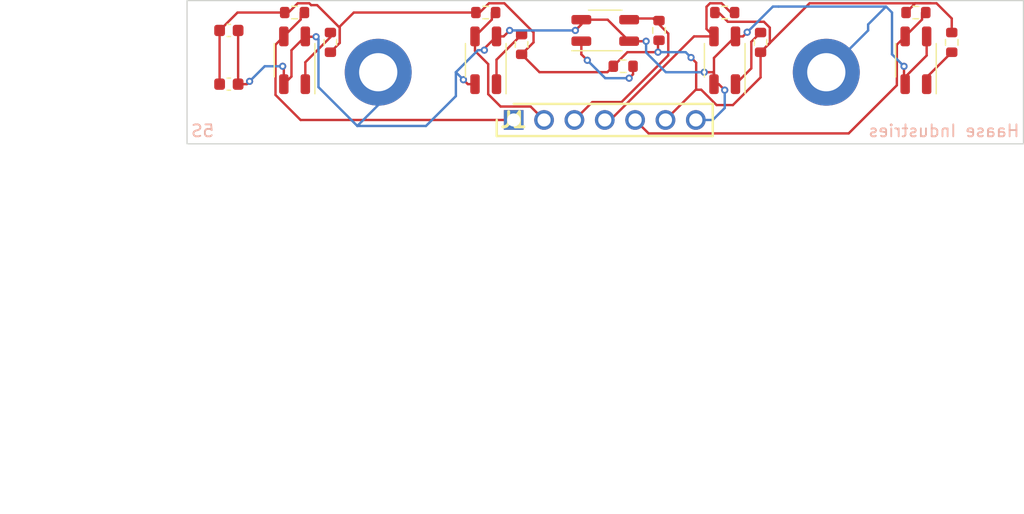
<source format=kicad_pcb>
(kicad_pcb (version 20221018) (generator pcbnew)
  (layers (0 "F.Cu" signal) (31 "B.Cu" signal) (34 "B.Paste" user) (35 "F.Paste" user) (36 "B.SilkS" user "B.Silkscreen") (37 "F.SilkS" user "F.Silkscreen") (38 "B.Mask" user) (39 "F.Mask" user) (44 "Edge.Cuts" user))
  (net 0 "")
  (net 1 "VCC")
  (net 2 "GND")
  (net 3 "/O1")
  (net 4 "/O2")
  (net 5 "/O3")
  (net 6 "/O4")
  (net 7 "/O5")
  (net 8 "Net-(U1-A)")
  (net 9 "Net-(U2-A)")
  (net 10 "Net-(U3-A)")
  (net 11 "Net-(U4-A)")
  (net 12 "Net-(U5-A)")
  (footprint "Resistor_SMD:R_0603_1608Metric" (layer "F.Cu") (at 89 51 -90)
    (fp_text reference "R9" hide)
    (fp_text value "220" hide)
    (fp_line (start -0.237258 -0.5225) (end 0.237258 -0.5225) (stroke (width 0.12)) (layer "F.SilkS"))
    (fp_line (start -0.237258 0.5225) (end 0.237258 0.5225) (stroke (width 0.12)) (layer "F.SilkS"))
    (pad "1" smd roundrect (at -0.825 0 270) (size 0.8 0.95) (layers "F.Cu" "F.Paste" "F.Mask") (net 1 "VCC"))
    (pad "2" smd roundrect (at 0.825 0 270) (size 0.8 0.95) (layers "F.Cu" "F.Paste" "F.Mask") (net 12 "Net-(U5-A)"))
  )
  (footprint "Resistor_SMD:R_0603_1608Metric" (layer "F.Cu") (at 61.5 53)
    (fp_text reference "R5" hide)
    (fp_text value "220" hide)
    (fp_line (start -0.237258 -0.5225) (end 0.237258 -0.5225) (stroke (width 0.12)) (layer "F.SilkS"))
    (fp_line (start -0.237258 0.5225) (end 0.237258 0.5225) (stroke (width 0.12)) (layer "F.SilkS"))
    (pad "1" smd roundrect (at -0.825 0) (size 0.8 0.95) (layers "F.Cu" "F.Paste" "F.Mask") (net 1 "VCC"))
    (pad "2" smd roundrect (at 0.825 0) (size 0.8 0.95) (layers "F.Cu" "F.Paste" "F.Mask") (net 10 "Net-(U3-A)"))
  )
  (footprint "Resistor_SMD:R_0603_1608Metric" (layer "F.Cu") (at 64.5 50 90)
    (fp_text reference "R6" hide)
    (fp_text value "47k")
    (fp_line (start -0.237258 -0.5225) (end 0.237258 -0.5225) (stroke (width 0.12)) (layer "F.SilkS"))
    (fp_line (start -0.237258 0.5225) (end 0.237258 0.5225) (stroke (width 0.12)) (layer "F.SilkS"))
    (pad "1" smd roundrect (at -0.825 0 90) (size 0.8 0.95) (layers "F.Cu" "F.Paste" "F.Mask") (net 1 "VCC"))
    (pad "2" smd roundrect (at 0.825 0 90) (size 0.8 0.95) (layers "F.Cu" "F.Paste" "F.Mask") (net 5 "/O3"))
  )
  (footprint "MountingHole:MountingHole_3.2mm_M3_DIN965_Pad" (layer "F.Cu") (at 41 53.5)
    (fp_text reference "H1" hide)
    (fp_text value "M3 hole" hide)
    (pad "1" thru_hole circle (at 0 0) (size 5.6 5.6) (drill 3.2) (layers "*.Cu" "*.Mask") (net 2 "GND"))
  )
  (footprint "Capacitor_SMD:C_0603_1608Metric" (layer "F.Cu") (at 28.5 54.5)
    (fp_text reference "C2" hide)
    (fp_text value "1 uF")
    (fp_line (start -0.14058 -0.51) (end 0.14058 -0.51) (stroke (width 0.12)) (layer "F.SilkS"))
    (fp_line (start -0.14058 0.51) (end 0.14058 0.51) (stroke (width 0.12)) (layer "F.SilkS"))
    (pad "1" smd roundrect (at -0.775 0) (size 0.9 0.95) (layers "F.Cu" "F.Paste" "F.Mask") (net 1 "VCC"))
    (pad "2" smd roundrect (at 0.775 0) (size 0.9 0.95) (layers "F.Cu" "F.Paste" "F.Mask") (net 2 "GND"))
  )
  (footprint "Resistor_SMD:R_0603_1608Metric" (layer "F.Cu") (at 50 48.5)
    (fp_text reference "R4" hide)
    (fp_text value "47k")
    (fp_line (start -0.237258 -0.5225) (end 0.237258 -0.5225) (stroke (width 0.12)) (layer "F.SilkS"))
    (fp_line (start -0.237258 0.5225) (end 0.237258 0.5225) (stroke (width 0.12)) (layer "F.SilkS"))
    (pad "1" smd roundrect (at -0.825 0) (size 0.8 0.95) (layers "F.Cu" "F.Paste" "F.Mask") (net 1 "VCC"))
    (pad "2" smd roundrect (at 0.825 0) (size 0.8 0.95) (layers "F.Cu" "F.Paste" "F.Mask") (net 4 "/O2"))
  )
  (footprint "OptoDevice:OnSemi_CASE100CY" (layer "F.Cu") (at 34 52.5 180)
    (fp_text reference "U1" hide)
    (fp_text value "QRE1113GR" hide)
    (fp_line (start -1.7 1.4) (end -1.7 -2.8) (stroke (width 0.12)) (layer "F.SilkS"))
    (fp_line (start 1.7 1.4) (end 1.7 -1.4) (stroke (width 0.12)) (layer "F.SilkS"))
    (pad "1" smd roundrect (at -0.9 -2 180) (size 0.79 1.66) (layers "F.Cu" "F.Paste" "F.Mask") (net 8 "Net-(U1-A)"))
    (pad "2" smd roundrect (at -0.9 2 180) (size 0.79 1.66) (layers "F.Cu" "F.Paste" "F.Mask") (net 2 "GND"))
    (pad "3" smd roundrect (at 0.9 2 180) (size 0.79 1.66) (layers "F.Cu" "F.Paste" "F.Mask") (net 3 "/O1"))
    (pad "4" smd roundrect (at 0.9 -2 180) (size 0.79 1.66) (layers "F.Cu" "F.Paste" "F.Mask") (net 2 "GND"))
  )
  (footprint "7 pin header:HDRV7W64P0X254_1X7_1778X254X869P" (layer "F.Cu") (at 52.34 57.5)
    (fp_text reference "J1" (at 0 0) (layer "F.SilkS") (effects (font (size 1.27 1.27) (thickness 0.254))))
    (fp_text value "Pin Header 7P" hide)
    (fp_line (start -1.42 0) (end -1.42 1.345) (stroke (width 0.2)) (layer "F.SilkS"))
    (fp_line (start -1.42 1.345) (end 16.66 1.345) (stroke (width 0.2)) (layer "F.SilkS"))
    (fp_line (start 16.66 -1.345) (end 0 -1.345) (stroke (width 0.2)) (layer "F.SilkS"))
    (fp_line (start 16.66 1.345) (end 16.66 -1.345) (stroke (width 0.2)) (layer "F.SilkS"))
    (pad "1" thru_hole rect (at 0 0) (size 1.65 1.65) (drill 1.1) (layers "*.Cu" "*.Mask") (net 3 "/O1"))
    (pad "2" thru_hole circle (at 2.54 0) (size 1.65 1.65) (drill 1.1) (layers "*.Cu" "*.Mask") (net 4 "/O2"))
    (pad "3" thru_hole circle (at 5.08 0) (size 1.65 1.65) (drill 1.1) (layers "*.Cu" "*.Mask") (net 5 "/O3"))
    (pad "4" thru_hole circle (at 7.62 0) (size 1.65 1.65) (drill 1.1) (layers "*.Cu" "*.Mask") (net 6 "/O4"))
    (pad "5" thru_hole circle (at 10.16 0) (size 1.65 1.65) (drill 1.1) (layers "*.Cu" "*.Mask") (net 7 "/O5"))
    (pad "6" thru_hole circle (at 12.7 0) (size 1.65 1.65) (drill 1.1) (layers "*.Cu" "*.Mask") (net 1 "VCC"))
    (pad "7" thru_hole circle (at 15.24 0) (size 1.65 1.65) (drill 1.1) (layers "*.Cu" "*.Mask") (net 2 "GND"))
  )
  (footprint "MountingHole:MountingHole_3.2mm_M3_DIN965_Pad" (layer "F.Cu") (at 78.5 53.5)
    (fp_text reference "H2" hide)
    (fp_text value "M3 hole" hide)
    (pad "1" thru_hole circle (at 0 0) (size 5.6 5.6) (drill 3.2) (layers "*.Cu" "*.Mask") (net 2 "GND"))
  )
  (footprint "Resistor_SMD:R_0603_1608Metric" (layer "F.Cu") (at 34 48.5)
    (fp_text reference "R2" hide)
    (fp_text value "47k")
    (fp_line (start -0.237258 -0.5225) (end 0.237258 -0.5225) (stroke (width 0.12)) (layer "F.SilkS"))
    (fp_line (start -0.237258 0.5225) (end 0.237258 0.5225) (stroke (width 0.12)) (layer "F.SilkS"))
    (pad "1" smd roundrect (at -0.825 0) (size 0.8 0.95) (layers "F.Cu" "F.Paste" "F.Mask") (net 1 "VCC"))
    (pad "2" smd roundrect (at 0.825 0) (size 0.8 0.95) (layers "F.Cu" "F.Paste" "F.Mask") (net 3 "/O1"))
  )
  (footprint "Capacitor_SMD:C_0603_1608Metric" (layer "F.Cu") (at 28.5 50)
    (fp_text reference "C1" hide)
    (fp_text value "0.1 uF" hide)
    (fp_line (start -0.14058 -0.51) (end 0.14058 -0.51) (stroke (width 0.12)) (layer "F.SilkS"))
    (fp_line (start -0.14058 0.51) (end 0.14058 0.51) (stroke (width 0.12)) (layer "F.SilkS"))
    (pad "1" smd roundrect (at -0.775 0) (size 0.9 0.95) (layers "F.Cu" "F.Paste" "F.Mask") (net 1 "VCC"))
    (pad "2" smd roundrect (at 0.775 0) (size 0.9 0.95) (layers "F.Cu" "F.Paste" "F.Mask") (net 2 "GND"))
  )
  (footprint "Resistor_SMD:R_0603_1608Metric" (layer "F.Cu") (at 86 48.5)
    (fp_text reference "R10" hide)
    (fp_text value "47k")
    (fp_line (start -0.237258 -0.5225) (end 0.237258 -0.5225) (stroke (width 0.12)) (layer "F.SilkS"))
    (fp_line (start -0.237258 0.5225) (end 0.237258 0.5225) (stroke (width 0.12)) (layer "F.SilkS"))
    (pad "1" smd roundrect (at -0.825 0) (size 0.8 0.95) (layers "F.Cu" "F.Paste" "F.Mask") (net 1 "VCC"))
    (pad "2" smd roundrect (at 0.825 0) (size 0.8 0.95) (layers "F.Cu" "F.Paste" "F.Mask") (net 7 "/O5"))
  )
  (footprint "OptoDevice:OnSemi_CASE100CY" (layer "F.Cu") (at 50 52.5 180)
    (fp_text reference "U2" hide)
    (fp_text value "QRE1113GR" hide)
    (fp_line (start -1.7 1.4) (end -1.7 -2.8) (stroke (width 0.12)) (layer "F.SilkS"))
    (fp_line (start 1.7 1.4) (end 1.7 -1.4) (stroke (width 0.12)) (layer "F.SilkS"))
    (pad "1" smd roundrect (at -0.9 -2 180) (size 0.79 1.66) (layers "F.Cu" "F.Paste" "F.Mask") (net 9 "Net-(U2-A)"))
    (pad "2" smd roundrect (at -0.9 2 180) (size 0.79 1.66) (layers "F.Cu" "F.Paste" "F.Mask") (net 2 "GND"))
    (pad "3" smd roundrect (at 0.9 2 180) (size 0.79 1.66) (layers "F.Cu" "F.Paste" "F.Mask") (net 4 "/O2"))
    (pad "4" smd roundrect (at 0.9 -2 180) (size 0.79 1.66) (layers "F.Cu" "F.Paste" "F.Mask") (net 2 "GND"))
  )
  (footprint "OptoDevice:OnSemi_CASE100CY" (layer "F.Cu") (at 60 50 90)
    (fp_text reference "U3" hide)
    (fp_text value "QRE1113GR" hide)
    (fp_line (start -1.7 1.4) (end -1.7 -2.8) (stroke (width 0.12)) (layer "F.SilkS"))
    (fp_line (start 1.7 1.4) (end 1.7 -1.4) (stroke (width 0.12)) (layer "F.SilkS"))
    (pad "1" smd roundrect (at -0.9 -2 90) (size 0.79 1.66) (layers "F.Cu" "F.Paste" "F.Mask") (net 10 "Net-(U3-A)"))
    (pad "2" smd roundrect (at -0.9 2 90) (size 0.79 1.66) (layers "F.Cu" "F.Paste" "F.Mask") (net 2 "GND"))
    (pad "3" smd roundrect (at 0.9 2 90) (size 0.79 1.66) (layers "F.Cu" "F.Paste" "F.Mask") (net 5 "/O3"))
    (pad "4" smd roundrect (at 0.9 -2 90) (size 0.79 1.66) (layers "F.Cu" "F.Paste" "F.Mask") (net 2 "GND"))
  )
  (footprint "Resistor_SMD:R_0603_1608Metric" (layer "F.Cu") (at 73 51 90)
    (fp_text reference "R7" hide)
    (fp_text value "220" hide)
    (fp_line (start -0.237258 -0.5225) (end 0.237258 -0.5225) (stroke (width 0.12)) (layer "F.SilkS"))
    (fp_line (start -0.237258 0.5225) (end 0.237258 0.5225) (stroke (width 0.12)) (layer "F.SilkS"))
    (pad "1" smd roundrect (at -0.825 0 90) (size 0.8 0.95) (layers "F.Cu" "F.Paste" "F.Mask") (net 1 "VCC"))
    (pad "2" smd roundrect (at 0.825 0 90) (size 0.8 0.95) (layers "F.Cu" "F.Paste" "F.Mask") (net 11 "Net-(U4-A)"))
  )
  (footprint "Resistor_SMD:R_0603_1608Metric" (layer "F.Cu") (at 53 51.175 90)
    (fp_text reference "R3" hide)
    (fp_text value "220" hide)
    (fp_line (start -0.237258 -0.5225) (end 0.237258 -0.5225) (stroke (width 0.12)) (layer "F.SilkS"))
    (fp_line (start -0.237258 0.5225) (end 0.237258 0.5225) (stroke (width 0.12)) (layer "F.SilkS"))
    (pad "1" smd roundrect (at -0.825 0 90) (size 0.8 0.95) (layers "F.Cu" "F.Paste" "F.Mask") (net 1 "VCC"))
    (pad "2" smd roundrect (at 0.825 0 90) (size 0.8 0.95) (layers "F.Cu" "F.Paste" "F.Mask") (net 9 "Net-(U2-A)"))
  )
  (footprint "Resistor_SMD:R_0603_1608Metric" (layer "F.Cu") (at 70 48.5)
    (fp_text reference "R8" hide)
    (fp_text value "47k")
    (fp_line (start -0.237258 -0.5225) (end 0.237258 -0.5225) (stroke (width 0.12)) (layer "F.SilkS"))
    (fp_line (start -0.237258 0.5225) (end 0.237258 0.5225) (stroke (width 0.12)) (layer "F.SilkS"))
    (pad "1" smd roundrect (at -0.825 0) (size 0.8 0.95) (layers "F.Cu" "F.Paste" "F.Mask") (net 1 "VCC"))
    (pad "2" smd roundrect (at 0.825 0) (size 0.8 0.95) (layers "F.Cu" "F.Paste" "F.Mask") (net 6 "/O4"))
  )
  (footprint "OptoDevice:OnSemi_CASE100CY" (layer "F.Cu") (at 70 52.5 180)
    (fp_text reference "U4" hide)
    (fp_text value "QRE1113GR" hide)
    (fp_line (start -1.7 1.4) (end -1.7 -2.8) (stroke (width 0.12)) (layer "F.SilkS"))
    (fp_line (start 1.7 1.4) (end 1.7 -1.4) (stroke (width 0.12)) (layer "F.SilkS"))
    (pad "1" smd roundrect (at -0.9 -2 180) (size 0.79 1.66) (layers "F.Cu" "F.Paste" "F.Mask") (net 11 "Net-(U4-A)"))
    (pad "2" smd roundrect (at -0.9 2 180) (size 0.79 1.66) (layers "F.Cu" "F.Paste" "F.Mask") (net 2 "GND"))
    (pad "3" smd roundrect (at 0.9 2 180) (size 0.79 1.66) (layers "F.Cu" "F.Paste" "F.Mask") (net 6 "/O4"))
    (pad "4" smd roundrect (at 0.9 -2 180) (size 0.79 1.66) (layers "F.Cu" "F.Paste" "F.Mask") (net 2 "GND"))
  )
  (footprint "OptoDevice:OnSemi_CASE100CY" (layer "F.Cu") (at 86 52.5 180)
    (fp_text reference "U5" hide)
    (fp_text value "QRE1113GR" hide)
    (fp_line (start -1.7 1.4) (end -1.7 -2.8) (stroke (width 0.12)) (layer "F.SilkS"))
    (fp_line (start 1.7 1.4) (end 1.7 -1.4) (stroke (width 0.12)) (layer "F.SilkS"))
    (pad "1" smd roundrect (at -0.9 -2 180) (size 0.79 1.66) (layers "F.Cu" "F.Paste" "F.Mask") (net 12 "Net-(U5-A)"))
    (pad "2" smd roundrect (at -0.9 2 180) (size 0.79 1.66) (layers "F.Cu" "F.Paste" "F.Mask") (net 2 "GND"))
    (pad "3" smd roundrect (at 0.9 2 180) (size 0.79 1.66) (layers "F.Cu" "F.Paste" "F.Mask") (net 7 "/O5"))
    (pad "4" smd roundrect (at 0.9 -2 180) (size 0.79 1.66) (layers "F.Cu" "F.Paste" "F.Mask") (net 2 "GND"))
  )
  (footprint "Resistor_SMD:R_0603_1608Metric" (layer "F.Cu") (at 37 51 90)
    (fp_text reference "R1" hide)
    (fp_text value "220" hide)
    (fp_line (start -0.237258 -0.5225) (end 0.237258 -0.5225) (stroke (width 0.12)) (layer "F.SilkS"))
    (fp_line (start -0.237258 0.5225) (end 0.237258 0.5225) (stroke (width 0.12)) (layer "F.SilkS"))
    (pad "1" smd roundrect (at -0.825 0 90) (size 0.8 0.95) (layers "F.Cu" "F.Paste" "F.Mask") (net 1 "VCC"))
    (pad "2" smd roundrect (at 0.825 0 90) (size 0.8 0.95) (layers "F.Cu" "F.Paste" "F.Mask") (net 8 "Net-(U1-A)"))
  )
  (gr_rect (start 25 47.5) (end 95 59.5) (stroke (width 0.1)) (fill none) (layer "Edge.Cuts"))
  (gr_text "Haase Industries" (at 94.75 59) (layer "B.SilkS") (effects (font (size 1 1)) (justify left bottom mirror)))
  (gr_text "5S" (at 25.25 59) (layer "B.SilkS") (effects (font (size 1 1)) (justify right bottom mirror)))
  (segment (start 27.725 50) (end 29.225 48.5) (width 0.2) (layer "F.Cu") (net 1))
  (segment (start 65.04 57.5) (end 67.573215 54.966785) (width 0.2) (layer "F.Cu") (net 1))
  (segment (start 37.775 51.05) (end 37 51.825) (width 0.2) (layer "F.Cu") (net 1))
  (segment (start 49.49 48.5) (end 50.265 47.725) (width 0.2) (layer "F.Cu") (net 1))
  (segment (start 73 51.825) (end 77.1 47.725) (width 0.2) (layer "F.Cu") (net 1))
  (segment (start 33.49 48.5) (end 34.265 47.725) (width 0.2) (layer "F.Cu") (net 1))
  (segment (start 27.725 50) (end 27.725 54.5) (width 0.2) (layer "F.Cu") (net 1))
  (segment (start 60.675 53) (end 60.18 53.495) (width 0.2) (layer "F.Cu") (net 1))
  (segment (start 50.265 47.725) (end 51.557107 47.725) (width 0.2) (layer "F.Cu") (net 1))
  (segment (start 51.557107 47.725) (end 54 50.167893) (width 0.2) (layer "F.Cu") (net 1))
  (segment (start 34.265 47.725) (end 35.232107 47.725) (width 0.2) (layer "F.Cu") (net 1))
  (segment (start 67.573215 54.966785) (end 68.033215 54.966785) (width 0.2) (layer "F.Cu") (net 1))
  (segment (start 37.775 49.767893) (end 37.775 51.05) (width 0.2) (layer "F.Cu") (net 1))
  (segment (start 68.033215 54.966785) (end 69.31643 56.25) (width 0.2) (layer "F.Cu") (net 1))
  (segment (start 73.775 51.05) (end 73.775 49.767893) (width 0.2) (layer "F.Cu") (net 1))
  (segment (start 37.775 49.68125) (end 38.95625 48.5) (width 0.2) (layer "F.Cu") (net 1))
  (segment (start 85.95 47.725) (end 85.175 48.5) (width 0.2) (layer "F.Cu") (net 1))
  (segment (start 69.31643 56.25) (end 70.683571 56.25) (width 0.2) (layer "F.Cu") (net 1))
  (segment (start 70.265 49.275) (end 69.49 48.5) (width 0.2) (layer "F.Cu") (net 1))
  (segment (start 54 50.167893) (end 54 51) (width 0.2) (layer "F.Cu") (net 1))
  (segment (start 64.18 51.82) (end 64.415 51.82) (width 0.2) (layer "F.Cu") (net 1))
  (segment (start 64.415 50.91) (end 64.5 50.825) (width 0.2) (layer "F.Cu") (net 1))
  (segment (start 73.282107 49.275) (end 70.265 49.275) (width 0.2) (layer "F.Cu") (net 1))
  (segment (start 61.855 51.82) (end 64.18 51.82) (width 0.2) (layer "F.Cu") (net 1))
  (segment (start 38.95625 48.5) (end 49.49 48.5) (width 0.2) (layer "F.Cu") (net 1))
  (segment (start 29.225 48.5) (end 33.49 48.5) (width 0.2) (layer "F.Cu") (net 1))
  (segment (start 73 51.825) (end 73.775 51.05) (width 0.2) (layer "F.Cu") (net 1))
  (segment (start 87.725 47.725) (end 87.232107 47.725) (width 0.2) (layer "F.Cu") (net 1))
  (segment (start 35.887107 47.88) (end 37.775 49.767893) (width 0.2) (layer "F.Cu") (net 1))
  (segment (start 89 49) (end 87.725 47.725) (width 0.2) (layer "F.Cu") (net 1))
  (segment (start 77.1 47.725) (end 87.232107 47.725) (width 0.2) (layer "F.Cu") (net 1))
  (segment (start 35.232107 47.725) (end 35.387107 47.88) (width 0.2) (layer "F.Cu") (net 1))
  (segment (start 60.675 53) (end 61.855 51.82) (width 0.2) (layer "F.Cu") (net 1))
  (segment (start 73.775 49.767893) (end 73.282107 49.275) (width 0.2) (layer "F.Cu") (net 1))
  (segment (start 54 51) (end 53 52) (width 0.2) (layer "F.Cu") (net 1))
  (segment (start 37.775 51.05) (end 37.775 49.68125) (width 0.2) (layer "F.Cu") (net 1))
  (segment (start 67.18 52.27) (end 67.61 52.7) (width 0.2) (layer "F.Cu") (net 1))
  (segment (start 54.495 53.495) (end 53 52) (width 0.2) (layer "F.Cu") (net 1))
  (segment (start 89 50.175) (end 89 49) (width 0.2) (layer "F.Cu") (net 1))
  (segment (start 67.61 52.7) (end 67.61 54.93) (width 0.2) (layer "F.Cu") (net 1))
  (segment (start 64.415 51.82) (end 64.415 50.91) (width 0.2) (layer "F.Cu") (net 1))
  (segment (start 35.387107 47.88) (end 35.887107 47.88) (width 0.2) (layer "F.Cu") (net 1))
  (segment (start 87.232107 47.725) (end 85.95 47.725) (width 0.2) (layer "F.Cu") (net 1))
  (segment (start 70.683571 56.25) (end 73 53.933571) (width 0.2) (layer "F.Cu") (net 1))
  (segment (start 60.18 53.495) (end 54.495 53.495) (width 0.2) (layer "F.Cu") (net 1))
  (segment (start 73 53.933571) (end 73 51.825) (width 0.2) (layer "F.Cu") (net 1))
  (via (at 67.18 52.27) (size 0.6) (drill 0.3) (layers "F.Cu" "B.Cu") (net 1))
  (via (at 64.415 51.82) (size 0.6) (drill 0.3) (layers "F.Cu" "B.Cu") (net 1))
  (segment (start 66.73 51.82) (end 64.415 51.82) (width 0.2) (layer "B.Cu") (net 1))
  (segment (start 67.18 52.27) (end 66.73 51.82) (width 0.2) (layer "B.Cu") (net 1))
  (segment (start 69.1 53.6) (end 69.1 54.5) (width 0.2) (layer "F.Cu") (net 2))
  (segment (start 34.93 50.53) (end 34.9 50.5) (width 0.2) (layer "F.Cu") (net 2))
  (segment (start 85.0045 54.4045) (end 85.1 54.5) (width 0.2) (layer "F.Cu") (net 2))
  (segment (start 35.8 50.53) (end 34.93 50.53) (width 0.2) (layer "F.Cu") (net 2))
  (segment (start 49.883911 51.516089) (end 50.9 50.5) (width 0.2) (layer "F.Cu") (net 2))
  (segment (start 48.13 54.13) (end 48.5 54.5) (width 0.2) (layer "F.Cu") (net 2))
  (segment (start 33.1 54.5) (end 33.74 53.86) (width 0.2) (layer "F.Cu") (net 2))
  (segment (start 51.5 50.5) (end 52 50) (width 0.2) (layer "F.Cu") (net 2))
  (segment (start 33.74 51.66) (end 34.9 50.5) (width 0.2) (layer "F.Cu") (net 2))
  (segment (start 60.2 49.1) (end 62 50.9) (width 0.2) (layer "F.Cu") (net 2))
  (segment (start 69 53.5) (end 68.285 53.5) (width 0.2) (layer "F.Cu") (net 2))
  (segment (start 30.235 54.265) (end 30 54.5) (width 0.2) (layer "F.Cu") (net 2))
  (segment (start 49.883911 51.651089) (end 49.883911 51.516089) (width 0.2) (layer "F.Cu") (net 2))
  (segment (start 48.5 54.5) (end 49.1 54.5) (width 0.2) (layer "F.Cu") (net 2))
  (segment (start 50.9 50.5) (end 51.5 50.5) (width 0.2) (layer "F.Cu") (net 2))
  (segment (start 33.1 53.0955) (end 33.0045 53) (width 0.2) (layer "F.Cu") (net 2))
  (segment (start 58 49.5) (end 58 49.1) (width 0.2) (layer "F.Cu") (net 2))
  (segment (start 63.42 50.905) (end 62.005 50.905) (width 0.2) (layer "F.Cu") (net 2))
  (segment (start 69 53.5) (end 69.1 53.6) (width 0.2) (layer "F.Cu") (net 2))
  (segment (start 69.5 54.5) (end 70 55) (width 0.2) (layer "F.Cu") (net 2))
  (segment (start 86.9 52.1) (end 85.1 53.9) (width 0.2) (layer "F.Cu") (net 2))
  (segment (start 71.88 50.15) (end 71.53 50.5) (width 0.2) (layer "F.Cu") (net 2))
  (segment (start 33.74 53.86) (end 33.74 51.66) (width 0.2) (layer "F.Cu") (net 2))
  (segment (start 58 49.5) (end 57.5 50) (width 0.2) (layer "F.Cu") (net 2))
  (segment (start 69.1 54.5) (end 69.5 54.5) (width 0.2) (layer "F.Cu") (net 2))
  (segment (start 29.275 50) (end 29.275 54.5) (width 0.2) (layer "F.Cu") (net 2))
  (segment (start 69.1 52.3) (end 70.9 50.5) (width 0.2) (layer "F.Cu") (net 2))
  (segment (start 62.005 50.905) (end 62 50.9) (width 0.2) (layer "F.Cu") (net 2))
  (segment (start 33.1 54.5) (end 33.1 53.0955) (width 0.2) (layer "F.Cu") (net 2))
  (segment (start 85.1 53.9) (end 85.1 54.5) (width 0.2) (layer "F.Cu") (net 2))
  (segment (start 85.0045 53.005) (end 85.0045 54.4045) (width 0.2) (layer "F.Cu") (net 2))
  (segment (start 86.9 52.1) (end 86.9 50.5) (width 0.2) (layer "F.Cu") (net 2))
  (segment (start 69.1 54.5) (end 69.1 52.3) (width 0.2) (layer "F.Cu") (net 2))
  (segment (start 30 54.5) (end 29.275 54.5) (width 0.2) (layer "F.Cu") (net 2))
  (segment (start 71.53 50.5) (end 70.9 50.5) (width 0.2) (layer "F.Cu") (net 2))
  (segment (start 58 49.1) (end 60.2 49.1) (width 0.2) (layer "F.Cu") (net 2))
  (via (at 70 55) (size 0.6) (drill 0.3) (layers "F.Cu" "B.Cu") (net 2))
  (via (at 49.883911 51.651089) (size 0.6) (drill 0.3) (layers "F.Cu" "B.Cu") (net 2))
  (via (at 35.8 50.53) (size 0.6) (drill 0.3) (layers "F.Cu" "B.Cu") (net 2))
  (via (at 30.235 54.265) (size 0.6) (drill 0.3) (layers "F.Cu" "B.Cu") (net 2))
  (via (at 48.13 54.13) (size 0.6) (drill 0.3) (layers "F.Cu" "B.Cu") (net 2))
  (via (at 68.285 53.5) (size 0.6) (drill 0.3) (layers "F.Cu" "B.Cu") (net 2))
  (via (at 71.88 50.15) (size 0.6) (drill 0.3) (layers "F.Cu" "B.Cu") (net 2))
  (via (at 52 50) (size 0.6) (drill 0.3) (layers "F.Cu" "B.Cu") (net 2))
  (via (at 85.0045 53.005) (size 0.6) (drill 0.3) (layers "F.Cu" "B.Cu") (net 2))
  (via (at 63.42 50.905) (size 0.6) (drill 0.3) (layers "F.Cu" "B.Cu") (net 2))
  (via (at 57.5 50) (size 0.6) (drill 0.3) (layers "F.Cu" "B.Cu") (net 2))
  (via (at 33.0045 53) (size 0.6) (drill 0.3) (layers "F.Cu" "B.Cu") (net 2))
  (segment (start 30.235 54.265) (end 31.5 53) (width 0.2) (layer "B.Cu") (net 2))
  (segment (start 49.348911 51.651089) (end 49.883911 51.651089) (width 0.2) (layer "B.Cu") (net 2))
  (segment (start 47.5 53.5) (end 48.13 54.13) (width 0.2) (layer "B.Cu") (net 2))
  (segment (start 63.42 51.85) (end 63.42 50.905) (width 0.2) (layer "B.Cu") (net 2))
  (segment (start 47.5 55.5) (end 45 58) (width 0.2) (layer "B.Cu") (net 2))
  (segment (start 36 54.75) (end 39.25 58) (width 0.2) (layer "B.Cu") (net 2))
  (segment (start 47.5 53.5) (end 47.5 55.5) (width 0.2) (layer "B.Cu") (net 2))
  (segment (start 47.5 53.5) (end 49.348911 51.651089) (width 0.2) (layer "B.Cu") (net 2))
  (segment (start 39.25 58) (end 45 58) (width 0.2) (layer "B.Cu") (net 2))
  (segment (start 36 54.75) (end 36 50.73) (width 0.2) (layer "B.Cu") (net 2))
  (segment (start 74.5 48) (end 83.5 48) (width 0.2) (layer "B.Cu") (net 2))
  (segment (start 65.07 53.5) (end 63.42 51.85) (width 0.2) (layer "B.Cu") (net 2))
  (segment (start 84 52.0005) (end 85.0045 53.005) (width 0.2) (layer "B.Cu") (net 2))
  (segment (start 84 52) (end 84 48.5) (width 0.2) (layer "B.Cu") (net 2))
  (segment (start 84 48.5) (end 83.5 48) (width 0.2) (layer "B.Cu") (net 2))
  (segment (start 36 50.73) (end 35.8 50.53) (width 0.2) (layer "B.Cu") (net 2))
  (segment (start 52 50) (end 57.5 50) (width 0.2) (layer "B.Cu") (net 2))
  (segment (start 74.5 48) (end 74.03 48) (width 0.2) (layer "B.Cu") (net 2))
  (segment (start 78.5 53.5) (end 82 50) (width 0.2) (layer "B.Cu") (net 2))
  (segment (start 68.285 53.5) (end 65.07 53.5) (width 0.2) (layer "B.Cu") (net 2))
  (segment (start 70 56.5) (end 70 55) (width 0.2) (layer "B.Cu") (net 2))
  (segment (start 74.03 48) (end 71.88 50.15) (width 0.2) (layer "B.Cu") (net 2))
  (segment (start 41 56.25) (end 39.25 58) (width 0.2) (layer "B.Cu") (net 2))
  (segment (start 82 50) (end 82 49.5) (width 0.2) (layer "B.Cu") (net 2))
  (segment (start 82 49.5) (end 83.5 48) (width 0.2) (layer "B.Cu") (net 2))
  (segment (start 31.5 53) (end 33.0045 53) (width 0.2) (layer "B.Cu") (net 2))
  (segment (start 41 53.5) (end 41 56.25) (width 0.2) (layer "B.Cu") (net 2))
  (segment (start 84 52) (end 84 52.0005) (width 0.2) (layer "B.Cu") (net 2))
  (segment (start 69 57.5) (end 67.58 57.5) (width 0.2) (layer "B.Cu") (net 2))
  (segment (start 70 56.5) (end 69 57.5) (width 0.2) (layer "B.Cu") (net 2))
  (segment (start 32.405 55.405) (end 34.5 57.5) (width 0.2) (layer "F.Cu") (net 3))
  (segment (start 32.405 51.195) (end 32.405 55.405) (width 0.2) (layer "F.Cu") (net 3))
  (segment (start 33.1 50.5) (end 32.405 51.195) (width 0.2) (layer "F.Cu") (net 3))
  (segment (start 34.51 49.09) (end 33.1 50.5) (width 0.2) (layer "F.Cu") (net 3))
  (segment (start 34.51 48.5) (end 34.51 49.09) (width 0.2) (layer "F.Cu") (net 3))
  (segment (start 34.5 57.5) (end 52.34 57.5) (width 0.2) (layer "F.Cu") (net 3))
  (segment (start 49.1 51.715) (end 50.205 52.82) (width 0.2) (layer "F.Cu") (net 4))
  (segment (start 50.51 49.09) (end 50.51 48.5) (width 0.2) (layer "F.Cu") (net 4))
  (segment (start 50.205 55.338571) (end 51.241429 56.375) (width 0.2) (layer "F.Cu") (net 4))
  (segment (start 49.1 50.5) (end 50.51 49.09) (width 0.2) (layer "F.Cu") (net 4))
  (segment (start 50.205 52.82) (end 50.205 55.338571) (width 0.2) (layer "F.Cu") (net 4))
  (segment (start 51.241429 56.375) (end 53.755 56.375) (width 0.2) (layer "F.Cu") (net 4))
  (segment (start 49.1 50.5) (end 49.1 51.715) (width 0.2) (layer "F.Cu") (net 4))
  (segment (start 53.755 56.375) (end 54.88 57.5) (width 0.2) (layer "F.Cu") (net 4))
  (segment (start 64.01 49) (end 65.275 50.265) (width 0.2) (layer "F.Cu") (net 5))
  (segment (start 58.92 56) (end 57.42 57.5) (width 0.2) (layer "F.Cu") (net 5))
  (segment (start 62.1 49) (end 64.01 49) (width 0.2) (layer "F.Cu") (net 5))
  (segment (start 61.364314 56) (end 58.92 56) (width 0.2) (layer "F.Cu") (net 5))
  (segment (start 65.275 52.089314) (end 61.364314 56) (width 0.2) (layer "F.Cu") (net 5))
  (segment (start 65.275 50.265) (end 65.275 52.089314) (width 0.2) (layer "F.Cu") (net 5))
  (segment (start 62 49.1) (end 62.1 49) (width 0.2) (layer "F.Cu") (net 5))
  (segment (start 67.43 50.5) (end 60.43 57.5) (width 0.2) (layer "F.Cu") (net 6))
  (segment (start 60.43 57.5) (end 59.96 57.5) (width 0.2) (layer "F.Cu") (net 6))
  (segment (start 68.475 49.875) (end 69.1 50.5) (width 0.2) (layer "F.Cu") (net 6))
  (segment (start 69.735 47.725) (end 68.767893 47.725) (width 0.2) (layer "F.Cu") (net 6))
  (segment (start 69.1 50.5) (end 67.43 50.5) (width 0.2) (layer "F.Cu") (net 6))
  (segment (start 68.767893 47.725) (end 68.475 48.017893) (width 0.2) (layer "F.Cu") (net 6))
  (segment (start 70.51 48.5) (end 69.735 47.725) (width 0.2) (layer "F.Cu") (net 6))
  (segment (start 68.475 48.017893) (end 68.475 49.875) (width 0.2) (layer "F.Cu") (net 6))
  (segment (start 63.625 58.625) (end 62.5 57.5) (width 0.2) (layer "F.Cu") (net 7))
  (segment (start 86.51 48.5) (end 86.51 49.09) (width 0.2) (layer "F.Cu") (net 7))
  (segment (start 84.405 54.595) (end 80.375 58.625) (width 0.2) (layer "F.Cu") (net 7))
  (segment (start 86.51 49.09) (end 85.1 50.5) (width 0.2) (layer "F.Cu") (net 7))
  (segment (start 80.375 58.625) (end 63.625 58.625) (width 0.2) (layer "F.Cu") (net 7))
  (segment (start 85.1 50.5) (end 84.405 51.195) (width 0.2) (layer "F.Cu") (net 7))
  (segment (start 84.405 51.195) (end 84.405 54.595) (width 0.2) (layer "F.Cu") (net 7))
  (segment (start 37 50.175) (end 37 50.565) (width 0.2) (layer "F.Cu") (net 8))
  (segment (start 37 50.565) (end 34.9 52.665) (width 0.2) (layer "F.Cu") (net 8))
  (segment (start 34.9 52.665) (end 34.9 54.5) (width 0.2) (layer "F.Cu") (net 8))
  (segment (start 50.9 52.45) (end 50.9 54.5) (width 0.2) (layer "F.Cu") (net 9))
  (segment (start 53 50.35) (end 50.9 52.45) (width 0.2) (layer "F.Cu") (net 9))
  (segment (start 62.325 53.675) (end 62.325 53) (width 0.2) (layer "F.Cu") (net 10))
  (segment (start 58 50.9) (end 58 52) (width 0.2) (layer "F.Cu") (net 10))
  (segment (start 58 52) (end 58.5 52.5) (width 0.2) (layer "F.Cu") (net 10))
  (segment (start 62 54) (end 62.325 53.675) (width 0.2) (layer "F.Cu") (net 10))
  (via (at 62 54) (size 0.6) (drill 0.3) (layers "F.Cu" "B.Cu") (net 10))
  (via (at 58.5 52.5) (size 0.6) (drill 0.3) (layers "F.Cu" "B.Cu") (net 10))
  (segment (start 60 54) (end 62 54) (width 0.2) (layer "B.Cu") (net 10))
  (segment (start 60 54) (end 58.5 52.5) (width 0.2) (layer "B.Cu") (net 10))
  (segment (start 72.225 50.95) (end 73 50.175) (width 0.2) (layer "F.Cu") (net 11))
  (segment (start 70.9 54.5) (end 72.225 53.175) (width 0.2) (layer "F.Cu") (net 11))
  (segment (start 72.225 53.175) (end 72.225 50.95) (width 0.2) (layer "F.Cu") (net 11))
  (segment (start 86.9 53.925) (end 89 51.825) (width 0.2) (layer "F.Cu") (net 12))
  (segment (start 86.9 54.5) (end 86.9 53.925) (width 0.2) (layer "F.Cu") (net 12))
)
</source>
